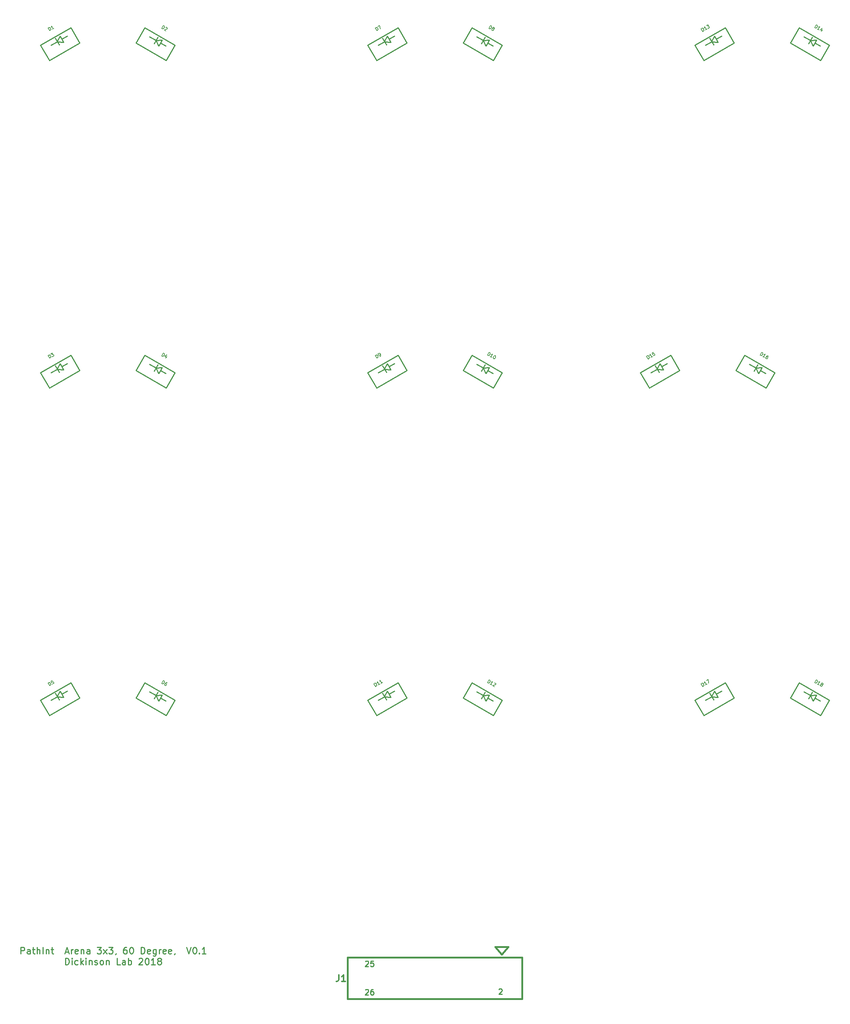
<source format=gbr>
G04 #@! TF.FileFunction,Legend,Top*
%FSLAX46Y46*%
G04 Gerber Fmt 4.6, Leading zero omitted, Abs format (unit mm)*
G04 Created by KiCad (PCBNEW 4.0.7-e2-6376~58~ubuntu16.04.1) date Mon Sep 23 14:36:03 2019*
%MOMM*%
%LPD*%
G01*
G04 APERTURE LIST*
%ADD10C,0.100000*%
%ADD11C,0.254000*%
%ADD12C,0.381000*%
%ADD13C,0.304800*%
%ADD14C,0.177800*%
G04 APERTURE END LIST*
D10*
D11*
X55952570Y-268659429D02*
X55952570Y-267135429D01*
X56533142Y-267135429D01*
X56678284Y-267208000D01*
X56750856Y-267280571D01*
X56823427Y-267425714D01*
X56823427Y-267643429D01*
X56750856Y-267788571D01*
X56678284Y-267861143D01*
X56533142Y-267933714D01*
X55952570Y-267933714D01*
X58129713Y-268659429D02*
X58129713Y-267861143D01*
X58057142Y-267716000D01*
X57911999Y-267643429D01*
X57621713Y-267643429D01*
X57476570Y-267716000D01*
X58129713Y-268586857D02*
X57984570Y-268659429D01*
X57621713Y-268659429D01*
X57476570Y-268586857D01*
X57403999Y-268441714D01*
X57403999Y-268296571D01*
X57476570Y-268151429D01*
X57621713Y-268078857D01*
X57984570Y-268078857D01*
X58129713Y-268006286D01*
X58637713Y-267643429D02*
X59218284Y-267643429D01*
X58855427Y-267135429D02*
X58855427Y-268441714D01*
X58927999Y-268586857D01*
X59073141Y-268659429D01*
X59218284Y-268659429D01*
X59726284Y-268659429D02*
X59726284Y-267135429D01*
X60379427Y-268659429D02*
X60379427Y-267861143D01*
X60306856Y-267716000D01*
X60161713Y-267643429D01*
X59943998Y-267643429D01*
X59798856Y-267716000D01*
X59726284Y-267788571D01*
X61105141Y-268659429D02*
X61105141Y-267135429D01*
X61830855Y-267643429D02*
X61830855Y-268659429D01*
X61830855Y-267788571D02*
X61903427Y-267716000D01*
X62048569Y-267643429D01*
X62266284Y-267643429D01*
X62411427Y-267716000D01*
X62483998Y-267861143D01*
X62483998Y-268659429D01*
X62991998Y-267643429D02*
X63572569Y-267643429D01*
X63209712Y-267135429D02*
X63209712Y-268441714D01*
X63282284Y-268586857D01*
X63427426Y-268659429D01*
X63572569Y-268659429D01*
X66330284Y-268224000D02*
X67055998Y-268224000D01*
X66185141Y-268659429D02*
X66693141Y-267135429D01*
X67201141Y-268659429D01*
X67709141Y-268659429D02*
X67709141Y-267643429D01*
X67709141Y-267933714D02*
X67781713Y-267788571D01*
X67854284Y-267716000D01*
X67999427Y-267643429D01*
X68144570Y-267643429D01*
X69233142Y-268586857D02*
X69087999Y-268659429D01*
X68797713Y-268659429D01*
X68652570Y-268586857D01*
X68579999Y-268441714D01*
X68579999Y-267861143D01*
X68652570Y-267716000D01*
X68797713Y-267643429D01*
X69087999Y-267643429D01*
X69233142Y-267716000D01*
X69305713Y-267861143D01*
X69305713Y-268006286D01*
X68579999Y-268151429D01*
X69958856Y-267643429D02*
X69958856Y-268659429D01*
X69958856Y-267788571D02*
X70031428Y-267716000D01*
X70176570Y-267643429D01*
X70394285Y-267643429D01*
X70539428Y-267716000D01*
X70611999Y-267861143D01*
X70611999Y-268659429D01*
X71990856Y-268659429D02*
X71990856Y-267861143D01*
X71918285Y-267716000D01*
X71773142Y-267643429D01*
X71482856Y-267643429D01*
X71337713Y-267716000D01*
X71990856Y-268586857D02*
X71845713Y-268659429D01*
X71482856Y-268659429D01*
X71337713Y-268586857D01*
X71265142Y-268441714D01*
X71265142Y-268296571D01*
X71337713Y-268151429D01*
X71482856Y-268078857D01*
X71845713Y-268078857D01*
X71990856Y-268006286D01*
X73732570Y-267135429D02*
X74675999Y-267135429D01*
X74167999Y-267716000D01*
X74385713Y-267716000D01*
X74530856Y-267788571D01*
X74603427Y-267861143D01*
X74675999Y-268006286D01*
X74675999Y-268369143D01*
X74603427Y-268514286D01*
X74530856Y-268586857D01*
X74385713Y-268659429D01*
X73950285Y-268659429D01*
X73805142Y-268586857D01*
X73732570Y-268514286D01*
X75183999Y-268659429D02*
X75982285Y-267643429D01*
X75183999Y-267643429D02*
X75982285Y-268659429D01*
X76417713Y-267135429D02*
X77361142Y-267135429D01*
X76853142Y-267716000D01*
X77070856Y-267716000D01*
X77215999Y-267788571D01*
X77288570Y-267861143D01*
X77361142Y-268006286D01*
X77361142Y-268369143D01*
X77288570Y-268514286D01*
X77215999Y-268586857D01*
X77070856Y-268659429D01*
X76635428Y-268659429D01*
X76490285Y-268586857D01*
X76417713Y-268514286D01*
X78086857Y-268586857D02*
X78086857Y-268659429D01*
X78014285Y-268804571D01*
X77941714Y-268877143D01*
X80554285Y-267135429D02*
X80263999Y-267135429D01*
X80118856Y-267208000D01*
X80046285Y-267280571D01*
X79901142Y-267498286D01*
X79828571Y-267788571D01*
X79828571Y-268369143D01*
X79901142Y-268514286D01*
X79973714Y-268586857D01*
X80118856Y-268659429D01*
X80409142Y-268659429D01*
X80554285Y-268586857D01*
X80626856Y-268514286D01*
X80699428Y-268369143D01*
X80699428Y-268006286D01*
X80626856Y-267861143D01*
X80554285Y-267788571D01*
X80409142Y-267716000D01*
X80118856Y-267716000D01*
X79973714Y-267788571D01*
X79901142Y-267861143D01*
X79828571Y-268006286D01*
X81642857Y-267135429D02*
X81788000Y-267135429D01*
X81933143Y-267208000D01*
X82005714Y-267280571D01*
X82078285Y-267425714D01*
X82150857Y-267716000D01*
X82150857Y-268078857D01*
X82078285Y-268369143D01*
X82005714Y-268514286D01*
X81933143Y-268586857D01*
X81788000Y-268659429D01*
X81642857Y-268659429D01*
X81497714Y-268586857D01*
X81425143Y-268514286D01*
X81352571Y-268369143D01*
X81280000Y-268078857D01*
X81280000Y-267716000D01*
X81352571Y-267425714D01*
X81425143Y-267280571D01*
X81497714Y-267208000D01*
X81642857Y-267135429D01*
X83965143Y-268659429D02*
X83965143Y-267135429D01*
X84328000Y-267135429D01*
X84545715Y-267208000D01*
X84690857Y-267353143D01*
X84763429Y-267498286D01*
X84836000Y-267788571D01*
X84836000Y-268006286D01*
X84763429Y-268296571D01*
X84690857Y-268441714D01*
X84545715Y-268586857D01*
X84328000Y-268659429D01*
X83965143Y-268659429D01*
X86069715Y-268586857D02*
X85924572Y-268659429D01*
X85634286Y-268659429D01*
X85489143Y-268586857D01*
X85416572Y-268441714D01*
X85416572Y-267861143D01*
X85489143Y-267716000D01*
X85634286Y-267643429D01*
X85924572Y-267643429D01*
X86069715Y-267716000D01*
X86142286Y-267861143D01*
X86142286Y-268006286D01*
X85416572Y-268151429D01*
X87448572Y-267643429D02*
X87448572Y-268877143D01*
X87376001Y-269022286D01*
X87303429Y-269094857D01*
X87158286Y-269167429D01*
X86940572Y-269167429D01*
X86795429Y-269094857D01*
X87448572Y-268586857D02*
X87303429Y-268659429D01*
X87013143Y-268659429D01*
X86868001Y-268586857D01*
X86795429Y-268514286D01*
X86722858Y-268369143D01*
X86722858Y-267933714D01*
X86795429Y-267788571D01*
X86868001Y-267716000D01*
X87013143Y-267643429D01*
X87303429Y-267643429D01*
X87448572Y-267716000D01*
X88174286Y-268659429D02*
X88174286Y-267643429D01*
X88174286Y-267933714D02*
X88246858Y-267788571D01*
X88319429Y-267716000D01*
X88464572Y-267643429D01*
X88609715Y-267643429D01*
X89698287Y-268586857D02*
X89553144Y-268659429D01*
X89262858Y-268659429D01*
X89117715Y-268586857D01*
X89045144Y-268441714D01*
X89045144Y-267861143D01*
X89117715Y-267716000D01*
X89262858Y-267643429D01*
X89553144Y-267643429D01*
X89698287Y-267716000D01*
X89770858Y-267861143D01*
X89770858Y-268006286D01*
X89045144Y-268151429D01*
X91004573Y-268586857D02*
X90859430Y-268659429D01*
X90569144Y-268659429D01*
X90424001Y-268586857D01*
X90351430Y-268441714D01*
X90351430Y-267861143D01*
X90424001Y-267716000D01*
X90569144Y-267643429D01*
X90859430Y-267643429D01*
X91004573Y-267716000D01*
X91077144Y-267861143D01*
X91077144Y-268006286D01*
X90351430Y-268151429D01*
X91802859Y-268586857D02*
X91802859Y-268659429D01*
X91730287Y-268804571D01*
X91657716Y-268877143D01*
X94560573Y-267135429D02*
X95068573Y-268659429D01*
X95576573Y-267135429D01*
X96374859Y-267135429D02*
X96520002Y-267135429D01*
X96665145Y-267208000D01*
X96737716Y-267280571D01*
X96810287Y-267425714D01*
X96882859Y-267716000D01*
X96882859Y-268078857D01*
X96810287Y-268369143D01*
X96737716Y-268514286D01*
X96665145Y-268586857D01*
X96520002Y-268659429D01*
X96374859Y-268659429D01*
X96229716Y-268586857D01*
X96157145Y-268514286D01*
X96084573Y-268369143D01*
X96012002Y-268078857D01*
X96012002Y-267716000D01*
X96084573Y-267425714D01*
X96157145Y-267280571D01*
X96229716Y-267208000D01*
X96374859Y-267135429D01*
X97536002Y-268514286D02*
X97608574Y-268586857D01*
X97536002Y-268659429D01*
X97463431Y-268586857D01*
X97536002Y-268514286D01*
X97536002Y-268659429D01*
X99060002Y-268659429D02*
X98189145Y-268659429D01*
X98624573Y-268659429D02*
X98624573Y-267135429D01*
X98479430Y-267353143D01*
X98334288Y-267498286D01*
X98189145Y-267570857D01*
X66330286Y-271199429D02*
X66330286Y-269675429D01*
X66693143Y-269675429D01*
X66910858Y-269748000D01*
X67056000Y-269893143D01*
X67128572Y-270038286D01*
X67201143Y-270328571D01*
X67201143Y-270546286D01*
X67128572Y-270836571D01*
X67056000Y-270981714D01*
X66910858Y-271126857D01*
X66693143Y-271199429D01*
X66330286Y-271199429D01*
X67854286Y-271199429D02*
X67854286Y-270183429D01*
X67854286Y-269675429D02*
X67781715Y-269748000D01*
X67854286Y-269820571D01*
X67926858Y-269748000D01*
X67854286Y-269675429D01*
X67854286Y-269820571D01*
X69233143Y-271126857D02*
X69088000Y-271199429D01*
X68797714Y-271199429D01*
X68652572Y-271126857D01*
X68580000Y-271054286D01*
X68507429Y-270909143D01*
X68507429Y-270473714D01*
X68580000Y-270328571D01*
X68652572Y-270256000D01*
X68797714Y-270183429D01*
X69088000Y-270183429D01*
X69233143Y-270256000D01*
X69886286Y-271199429D02*
X69886286Y-269675429D01*
X70031429Y-270618857D02*
X70466858Y-271199429D01*
X70466858Y-270183429D02*
X69886286Y-270764000D01*
X71120000Y-271199429D02*
X71120000Y-270183429D01*
X71120000Y-269675429D02*
X71047429Y-269748000D01*
X71120000Y-269820571D01*
X71192572Y-269748000D01*
X71120000Y-269675429D01*
X71120000Y-269820571D01*
X71845714Y-270183429D02*
X71845714Y-271199429D01*
X71845714Y-270328571D02*
X71918286Y-270256000D01*
X72063428Y-270183429D01*
X72281143Y-270183429D01*
X72426286Y-270256000D01*
X72498857Y-270401143D01*
X72498857Y-271199429D01*
X73152000Y-271126857D02*
X73297143Y-271199429D01*
X73587428Y-271199429D01*
X73732571Y-271126857D01*
X73805143Y-270981714D01*
X73805143Y-270909143D01*
X73732571Y-270764000D01*
X73587428Y-270691429D01*
X73369714Y-270691429D01*
X73224571Y-270618857D01*
X73152000Y-270473714D01*
X73152000Y-270401143D01*
X73224571Y-270256000D01*
X73369714Y-270183429D01*
X73587428Y-270183429D01*
X73732571Y-270256000D01*
X74675999Y-271199429D02*
X74530857Y-271126857D01*
X74458285Y-271054286D01*
X74385714Y-270909143D01*
X74385714Y-270473714D01*
X74458285Y-270328571D01*
X74530857Y-270256000D01*
X74675999Y-270183429D01*
X74893714Y-270183429D01*
X75038857Y-270256000D01*
X75111428Y-270328571D01*
X75183999Y-270473714D01*
X75183999Y-270909143D01*
X75111428Y-271054286D01*
X75038857Y-271126857D01*
X74893714Y-271199429D01*
X74675999Y-271199429D01*
X75837142Y-270183429D02*
X75837142Y-271199429D01*
X75837142Y-270328571D02*
X75909714Y-270256000D01*
X76054856Y-270183429D01*
X76272571Y-270183429D01*
X76417714Y-270256000D01*
X76490285Y-270401143D01*
X76490285Y-271199429D01*
X79102856Y-271199429D02*
X78377142Y-271199429D01*
X78377142Y-269675429D01*
X80263999Y-271199429D02*
X80263999Y-270401143D01*
X80191428Y-270256000D01*
X80046285Y-270183429D01*
X79755999Y-270183429D01*
X79610856Y-270256000D01*
X80263999Y-271126857D02*
X80118856Y-271199429D01*
X79755999Y-271199429D01*
X79610856Y-271126857D01*
X79538285Y-270981714D01*
X79538285Y-270836571D01*
X79610856Y-270691429D01*
X79755999Y-270618857D01*
X80118856Y-270618857D01*
X80263999Y-270546286D01*
X80989713Y-271199429D02*
X80989713Y-269675429D01*
X80989713Y-270256000D02*
X81134856Y-270183429D01*
X81425142Y-270183429D01*
X81570285Y-270256000D01*
X81642856Y-270328571D01*
X81715427Y-270473714D01*
X81715427Y-270909143D01*
X81642856Y-271054286D01*
X81570285Y-271126857D01*
X81425142Y-271199429D01*
X81134856Y-271199429D01*
X80989713Y-271126857D01*
X83457142Y-269820571D02*
X83529713Y-269748000D01*
X83674856Y-269675429D01*
X84037713Y-269675429D01*
X84182856Y-269748000D01*
X84255427Y-269820571D01*
X84327999Y-269965714D01*
X84327999Y-270110857D01*
X84255427Y-270328571D01*
X83384570Y-271199429D01*
X84327999Y-271199429D01*
X85271428Y-269675429D02*
X85416571Y-269675429D01*
X85561714Y-269748000D01*
X85634285Y-269820571D01*
X85706856Y-269965714D01*
X85779428Y-270256000D01*
X85779428Y-270618857D01*
X85706856Y-270909143D01*
X85634285Y-271054286D01*
X85561714Y-271126857D01*
X85416571Y-271199429D01*
X85271428Y-271199429D01*
X85126285Y-271126857D01*
X85053714Y-271054286D01*
X84981142Y-270909143D01*
X84908571Y-270618857D01*
X84908571Y-270256000D01*
X84981142Y-269965714D01*
X85053714Y-269820571D01*
X85126285Y-269748000D01*
X85271428Y-269675429D01*
X87230857Y-271199429D02*
X86360000Y-271199429D01*
X86795428Y-271199429D02*
X86795428Y-269675429D01*
X86650285Y-269893143D01*
X86505143Y-270038286D01*
X86360000Y-270110857D01*
X88101714Y-270328571D02*
X87956572Y-270256000D01*
X87884000Y-270183429D01*
X87811429Y-270038286D01*
X87811429Y-269965714D01*
X87884000Y-269820571D01*
X87956572Y-269748000D01*
X88101714Y-269675429D01*
X88392000Y-269675429D01*
X88537143Y-269748000D01*
X88609714Y-269820571D01*
X88682286Y-269965714D01*
X88682286Y-270038286D01*
X88609714Y-270183429D01*
X88537143Y-270256000D01*
X88392000Y-270328571D01*
X88101714Y-270328571D01*
X87956572Y-270401143D01*
X87884000Y-270473714D01*
X87811429Y-270618857D01*
X87811429Y-270909143D01*
X87884000Y-271054286D01*
X87956572Y-271126857D01*
X88101714Y-271199429D01*
X88392000Y-271199429D01*
X88537143Y-271126857D01*
X88609714Y-271054286D01*
X88682286Y-270909143D01*
X88682286Y-270618857D01*
X88609714Y-270473714D01*
X88537143Y-270401143D01*
X88392000Y-270328571D01*
D12*
X132080000Y-279146000D02*
X132080000Y-269494000D01*
X152400000Y-269494000D02*
X132080000Y-269494000D01*
X152400000Y-279146000D02*
X132080000Y-279146000D01*
X172720000Y-279146000D02*
X152400000Y-279146000D01*
X152400000Y-269494000D02*
X172720000Y-269494000D01*
X172720000Y-269494000D02*
X172720000Y-279146000D01*
X169461180Y-267020040D02*
X166458900Y-267020040D01*
X167924480Y-268831060D02*
X169448480Y-267053060D01*
X166400480Y-267055600D02*
X167924480Y-268833600D01*
D11*
X244253527Y-209615296D02*
X242189777Y-213189815D01*
X237214473Y-205551296D02*
X235150723Y-209125815D01*
X235150723Y-209125815D02*
X242189777Y-213189815D01*
X239771209Y-208493898D02*
X238341401Y-207668398D01*
X240871062Y-209128898D02*
X242135892Y-209859148D01*
X241220312Y-208523979D02*
X240490062Y-209788809D01*
X239794452Y-208580640D02*
X240458312Y-209843802D01*
X239826202Y-208525648D02*
X241252062Y-208468986D01*
X240270702Y-207755751D02*
X239381702Y-209295544D01*
X237214473Y-205551296D02*
X244253527Y-209615296D01*
X219985527Y-205551296D02*
X222049277Y-209125815D01*
X212946473Y-209615296D02*
X215010223Y-213189815D01*
X215010223Y-213189815D02*
X222049277Y-209125815D01*
X216773209Y-208872398D02*
X215343401Y-209697898D01*
X217873062Y-208237398D02*
X219137892Y-207507148D01*
X217523812Y-207632479D02*
X218254062Y-208897309D01*
X216859952Y-208895640D02*
X218285812Y-208952302D01*
X216828202Y-208840648D02*
X217492062Y-207577486D01*
X216383702Y-208070751D02*
X217272702Y-209610544D01*
X212946473Y-209615296D02*
X219985527Y-205551296D01*
X231553527Y-133415296D02*
X229489777Y-136989815D01*
X224514473Y-129351296D02*
X222450723Y-132925815D01*
X222450723Y-132925815D02*
X229489777Y-136989815D01*
X227071209Y-132293898D02*
X225641401Y-131468398D01*
X228171062Y-132928898D02*
X229435892Y-133659148D01*
X228520312Y-132323979D02*
X227790062Y-133588809D01*
X227094452Y-132380640D02*
X227758312Y-133643802D01*
X227126202Y-132325648D02*
X228552062Y-132268986D01*
X227570702Y-131555751D02*
X226681702Y-133095544D01*
X224514473Y-129351296D02*
X231553527Y-133415296D01*
X207285527Y-129351296D02*
X209349277Y-132925815D01*
X200246473Y-133415296D02*
X202310223Y-136989815D01*
X202310223Y-136989815D02*
X209349277Y-132925815D01*
X204073209Y-132672398D02*
X202643401Y-133497898D01*
X205173062Y-132037398D02*
X206437892Y-131307148D01*
X204823812Y-131432479D02*
X205554062Y-132697309D01*
X204159952Y-132695640D02*
X205585812Y-132752302D01*
X204128202Y-132640648D02*
X204792062Y-131377486D01*
X203683702Y-131870751D02*
X204572702Y-133410544D01*
X200246473Y-133415296D02*
X207285527Y-129351296D01*
X244253527Y-57215296D02*
X242189777Y-60789815D01*
X237214473Y-53151296D02*
X235150723Y-56725815D01*
X235150723Y-56725815D02*
X242189777Y-60789815D01*
X239771209Y-56093898D02*
X238341401Y-55268398D01*
X240871062Y-56728898D02*
X242135892Y-57459148D01*
X241220312Y-56123979D02*
X240490062Y-57388809D01*
X239794452Y-56180640D02*
X240458312Y-57443802D01*
X239826202Y-56125648D02*
X241252062Y-56068986D01*
X240270702Y-55355751D02*
X239381702Y-56895544D01*
X237214473Y-53151296D02*
X244253527Y-57215296D01*
X219985527Y-53151296D02*
X222049277Y-56725815D01*
X212946473Y-57215296D02*
X215010223Y-60789815D01*
X215010223Y-60789815D02*
X222049277Y-56725815D01*
X216773209Y-56472398D02*
X215343401Y-57297898D01*
X217873062Y-55837398D02*
X219137892Y-55107148D01*
X217523812Y-55232479D02*
X218254062Y-56497309D01*
X216859952Y-56495640D02*
X218285812Y-56552302D01*
X216828202Y-56440648D02*
X217492062Y-55177486D01*
X216383702Y-55670751D02*
X217272702Y-57210544D01*
X212946473Y-57215296D02*
X219985527Y-53151296D01*
X168053527Y-209615296D02*
X165989777Y-213189815D01*
X161014473Y-205551296D02*
X158950723Y-209125815D01*
X158950723Y-209125815D02*
X165989777Y-213189815D01*
X163571209Y-208493898D02*
X162141401Y-207668398D01*
X164671062Y-209128898D02*
X165935892Y-209859148D01*
X165020312Y-208523979D02*
X164290062Y-209788809D01*
X163594452Y-208580640D02*
X164258312Y-209843802D01*
X163626202Y-208525648D02*
X165052062Y-208468986D01*
X164070702Y-207755751D02*
X163181702Y-209295544D01*
X161014473Y-205551296D02*
X168053527Y-209615296D01*
X143785527Y-205551296D02*
X145849277Y-209125815D01*
X136746473Y-209615296D02*
X138810223Y-213189815D01*
X138810223Y-213189815D02*
X145849277Y-209125815D01*
X140573209Y-208872398D02*
X139143401Y-209697898D01*
X141673062Y-208237398D02*
X142937892Y-207507148D01*
X141323812Y-207632479D02*
X142054062Y-208897309D01*
X140659952Y-208895640D02*
X142085812Y-208952302D01*
X140628202Y-208840648D02*
X141292062Y-207577486D01*
X140183702Y-208070751D02*
X141072702Y-209610544D01*
X136746473Y-209615296D02*
X143785527Y-205551296D01*
X168053527Y-133415296D02*
X165989777Y-136989815D01*
X161014473Y-129351296D02*
X158950723Y-132925815D01*
X158950723Y-132925815D02*
X165989777Y-136989815D01*
X163571209Y-132293898D02*
X162141401Y-131468398D01*
X164671062Y-132928898D02*
X165935892Y-133659148D01*
X165020312Y-132323979D02*
X164290062Y-133588809D01*
X163594452Y-132380640D02*
X164258312Y-133643802D01*
X163626202Y-132325648D02*
X165052062Y-132268986D01*
X164070702Y-131555751D02*
X163181702Y-133095544D01*
X161014473Y-129351296D02*
X168053527Y-133415296D01*
X67585527Y-53151296D02*
X69649277Y-56725815D01*
X60546473Y-57215296D02*
X62610223Y-60789815D01*
X62610223Y-60789815D02*
X69649277Y-56725815D01*
X64373209Y-56472398D02*
X62943401Y-57297898D01*
X65473062Y-55837398D02*
X66737892Y-55107148D01*
X65123812Y-55232479D02*
X65854062Y-56497309D01*
X64459952Y-56495640D02*
X65885812Y-56552302D01*
X64428202Y-56440648D02*
X65092062Y-55177486D01*
X63983702Y-55670751D02*
X64872702Y-57210544D01*
X60546473Y-57215296D02*
X67585527Y-53151296D01*
X91853527Y-57215296D02*
X89789777Y-60789815D01*
X84814473Y-53151296D02*
X82750723Y-56725815D01*
X82750723Y-56725815D02*
X89789777Y-60789815D01*
X87371209Y-56093898D02*
X85941401Y-55268398D01*
X88471062Y-56728898D02*
X89735892Y-57459148D01*
X88820312Y-56123979D02*
X88090062Y-57388809D01*
X87394452Y-56180640D02*
X88058312Y-57443802D01*
X87426202Y-56125648D02*
X88852062Y-56068986D01*
X87870702Y-55355751D02*
X86981702Y-56895544D01*
X84814473Y-53151296D02*
X91853527Y-57215296D01*
X67585527Y-129351296D02*
X69649277Y-132925815D01*
X60546473Y-133415296D02*
X62610223Y-136989815D01*
X62610223Y-136989815D02*
X69649277Y-132925815D01*
X64373209Y-132672398D02*
X62943401Y-133497898D01*
X65473062Y-132037398D02*
X66737892Y-131307148D01*
X65123812Y-131432479D02*
X65854062Y-132697309D01*
X64459952Y-132695640D02*
X65885812Y-132752302D01*
X64428202Y-132640648D02*
X65092062Y-131377486D01*
X63983702Y-131870751D02*
X64872702Y-133410544D01*
X60546473Y-133415296D02*
X67585527Y-129351296D01*
X91853527Y-133415296D02*
X89789777Y-136989815D01*
X84814473Y-129351296D02*
X82750723Y-132925815D01*
X82750723Y-132925815D02*
X89789777Y-136989815D01*
X87371209Y-132293898D02*
X85941401Y-131468398D01*
X88471062Y-132928898D02*
X89735892Y-133659148D01*
X88820312Y-132323979D02*
X88090062Y-133588809D01*
X87394452Y-132380640D02*
X88058312Y-133643802D01*
X87426202Y-132325648D02*
X88852062Y-132268986D01*
X87870702Y-131555751D02*
X86981702Y-133095544D01*
X84814473Y-129351296D02*
X91853527Y-133415296D01*
X67585527Y-205551296D02*
X69649277Y-209125815D01*
X60546473Y-209615296D02*
X62610223Y-213189815D01*
X62610223Y-213189815D02*
X69649277Y-209125815D01*
X64373209Y-208872398D02*
X62943401Y-209697898D01*
X65473062Y-208237398D02*
X66737892Y-207507148D01*
X65123812Y-207632479D02*
X65854062Y-208897309D01*
X64459952Y-208895640D02*
X65885812Y-208952302D01*
X64428202Y-208840648D02*
X65092062Y-207577486D01*
X63983702Y-208070751D02*
X64872702Y-209610544D01*
X60546473Y-209615296D02*
X67585527Y-205551296D01*
X91853527Y-209615296D02*
X89789777Y-213189815D01*
X84814473Y-205551296D02*
X82750723Y-209125815D01*
X82750723Y-209125815D02*
X89789777Y-213189815D01*
X87371209Y-208493898D02*
X85941401Y-207668398D01*
X88471062Y-209128898D02*
X89735892Y-209859148D01*
X88820312Y-208523979D02*
X88090062Y-209788809D01*
X87394452Y-208580640D02*
X88058312Y-209843802D01*
X87426202Y-208525648D02*
X88852062Y-208468986D01*
X87870702Y-207755751D02*
X86981702Y-209295544D01*
X84814473Y-205551296D02*
X91853527Y-209615296D01*
X143785527Y-53151296D02*
X145849277Y-56725815D01*
X136746473Y-57215296D02*
X138810223Y-60789815D01*
X138810223Y-60789815D02*
X145849277Y-56725815D01*
X140573209Y-56472398D02*
X139143401Y-57297898D01*
X141673062Y-55837398D02*
X142937892Y-55107148D01*
X141323812Y-55232479D02*
X142054062Y-56497309D01*
X140659952Y-56495640D02*
X142085812Y-56552302D01*
X140628202Y-56440648D02*
X141292062Y-55177486D01*
X140183702Y-55670751D02*
X141072702Y-57210544D01*
X136746473Y-57215296D02*
X143785527Y-53151296D01*
X168053527Y-57215296D02*
X165989777Y-60789815D01*
X161014473Y-53151296D02*
X158950723Y-56725815D01*
X158950723Y-56725815D02*
X165989777Y-60789815D01*
X163571209Y-56093898D02*
X162141401Y-55268398D01*
X164671062Y-56728898D02*
X165935892Y-57459148D01*
X165020312Y-56123979D02*
X164290062Y-57388809D01*
X163594452Y-56180640D02*
X164258312Y-57443802D01*
X163626202Y-56125648D02*
X165052062Y-56068986D01*
X164070702Y-55355751D02*
X163181702Y-56895544D01*
X161014473Y-53151296D02*
X168053527Y-57215296D01*
X143785527Y-129351296D02*
X145849277Y-132925815D01*
X136746473Y-133415296D02*
X138810223Y-136989815D01*
X138810223Y-136989815D02*
X145849277Y-132925815D01*
X140573209Y-132672398D02*
X139143401Y-133497898D01*
X141673062Y-132037398D02*
X142937892Y-131307148D01*
X141323812Y-131432479D02*
X142054062Y-132697309D01*
X140659952Y-132695640D02*
X142085812Y-132752302D01*
X140628202Y-132640648D02*
X141292062Y-131377486D01*
X140183702Y-131870751D02*
X141072702Y-133410544D01*
X136746473Y-133415296D02*
X143785527Y-129351296D01*
D13*
X130022600Y-273561629D02*
X130022600Y-274650200D01*
X129950028Y-274867914D01*
X129804885Y-275013057D01*
X129587171Y-275085629D01*
X129442028Y-275085629D01*
X131546600Y-275085629D02*
X130675743Y-275085629D01*
X131111171Y-275085629D02*
X131111171Y-273561629D01*
X130966028Y-273779343D01*
X130820886Y-273924486D01*
X130675743Y-273997057D01*
D11*
X136192381Y-277047476D02*
X136252857Y-276987000D01*
X136373809Y-276926524D01*
X136676190Y-276926524D01*
X136797143Y-276987000D01*
X136857619Y-277047476D01*
X136918095Y-277168429D01*
X136918095Y-277289381D01*
X136857619Y-277470810D01*
X136131905Y-278196524D01*
X136918095Y-278196524D01*
X138006667Y-276926524D02*
X137764762Y-276926524D01*
X137643810Y-276987000D01*
X137583333Y-277047476D01*
X137462381Y-277228905D01*
X137401905Y-277470810D01*
X137401905Y-277954619D01*
X137462381Y-278075571D01*
X137522857Y-278136048D01*
X137643810Y-278196524D01*
X137885714Y-278196524D01*
X138006667Y-278136048D01*
X138067143Y-278075571D01*
X138127619Y-277954619D01*
X138127619Y-277652238D01*
X138067143Y-277531286D01*
X138006667Y-277470810D01*
X137885714Y-277410333D01*
X137643810Y-277410333D01*
X137522857Y-277470810D01*
X137462381Y-277531286D01*
X137401905Y-277652238D01*
X136192381Y-270443476D02*
X136252857Y-270383000D01*
X136373809Y-270322524D01*
X136676190Y-270322524D01*
X136797143Y-270383000D01*
X136857619Y-270443476D01*
X136918095Y-270564429D01*
X136918095Y-270685381D01*
X136857619Y-270866810D01*
X136131905Y-271592524D01*
X136918095Y-271592524D01*
X138067143Y-270322524D02*
X137462381Y-270322524D01*
X137401905Y-270927286D01*
X137462381Y-270866810D01*
X137583333Y-270806333D01*
X137885714Y-270806333D01*
X138006667Y-270866810D01*
X138067143Y-270927286D01*
X138127619Y-271048238D01*
X138127619Y-271350619D01*
X138067143Y-271471571D01*
X138006667Y-271532048D01*
X137885714Y-271592524D01*
X137583333Y-271592524D01*
X137462381Y-271532048D01*
X137401905Y-271471571D01*
X167297463Y-276945876D02*
X167357939Y-276885400D01*
X167478891Y-276824924D01*
X167781272Y-276824924D01*
X167902225Y-276885400D01*
X167962701Y-276945876D01*
X168023177Y-277066829D01*
X168023177Y-277187781D01*
X167962701Y-277369210D01*
X167236987Y-278094924D01*
X168023177Y-278094924D01*
D14*
X240834323Y-205558962D02*
X241215323Y-204899050D01*
X241372444Y-204989764D01*
X241448574Y-205075617D01*
X241475138Y-205174752D01*
X241470275Y-205255743D01*
X241429128Y-205399584D01*
X241374700Y-205493857D01*
X241270704Y-205601411D01*
X241202995Y-205646117D01*
X241103859Y-205672680D01*
X240991444Y-205649676D01*
X240834323Y-205558962D01*
X241839901Y-206139533D02*
X241462809Y-205921819D01*
X241651355Y-206030676D02*
X242032355Y-205370764D01*
X241915078Y-205428752D01*
X241815943Y-205455315D01*
X241734952Y-205450454D01*
X242434708Y-205980155D02*
X242390002Y-205912445D01*
X242376721Y-205862878D01*
X242381582Y-205781886D01*
X242399725Y-205750462D01*
X242467435Y-205705756D01*
X242517002Y-205692474D01*
X242597994Y-205697336D01*
X242723691Y-205769907D01*
X242768397Y-205837617D01*
X242781678Y-205887185D01*
X242776816Y-205968176D01*
X242758673Y-205999600D01*
X242690964Y-206044306D01*
X242641397Y-206057588D01*
X242560405Y-206052727D01*
X242434708Y-205980155D01*
X242353716Y-205975293D01*
X242304149Y-205988575D01*
X242236439Y-206033281D01*
X242163868Y-206158978D01*
X242159006Y-206239970D01*
X242172287Y-206289537D01*
X242216994Y-206357247D01*
X242342691Y-206429819D01*
X242423682Y-206434680D01*
X242473250Y-206421399D01*
X242540959Y-206376692D01*
X242613530Y-206250995D01*
X242618393Y-206170004D01*
X242605111Y-206120436D01*
X242560405Y-206052727D01*
X214763037Y-206484247D02*
X214382037Y-205824335D01*
X214539158Y-205733621D01*
X214651574Y-205710617D01*
X214750709Y-205737180D01*
X214818418Y-205781886D01*
X214922414Y-205889441D01*
X214976843Y-205983714D01*
X215017990Y-206127554D01*
X215022852Y-206208545D01*
X214996288Y-206307680D01*
X214920158Y-206393533D01*
X214763037Y-206484247D01*
X215768615Y-205903676D02*
X215391523Y-206121390D01*
X215580069Y-206012533D02*
X215199069Y-205352621D01*
X215190649Y-205483180D01*
X215164086Y-205582315D01*
X215119381Y-205650025D01*
X215607586Y-205116764D02*
X216047527Y-204862764D01*
X216145708Y-205685961D01*
X228134323Y-129358962D02*
X228515323Y-128699050D01*
X228672444Y-128789764D01*
X228748574Y-128875617D01*
X228775138Y-128974752D01*
X228770275Y-129055743D01*
X228729128Y-129199584D01*
X228674700Y-129293857D01*
X228570704Y-129401411D01*
X228502995Y-129446117D01*
X228403859Y-129472680D01*
X228291444Y-129449676D01*
X228134323Y-129358962D01*
X229139901Y-129939533D02*
X228762809Y-129721819D01*
X228951355Y-129830676D02*
X229332355Y-129170764D01*
X229215078Y-129228752D01*
X229115943Y-129255315D01*
X229034952Y-129250454D01*
X230086540Y-129606193D02*
X229960842Y-129533621D01*
X229879851Y-129528760D01*
X229830283Y-129542042D01*
X229713006Y-129600029D01*
X229609010Y-129707584D01*
X229463868Y-129958978D01*
X229459006Y-130039970D01*
X229472287Y-130089537D01*
X229516994Y-130157247D01*
X229642691Y-130229819D01*
X229723682Y-130234680D01*
X229773250Y-130221399D01*
X229840959Y-130176692D01*
X229931673Y-130019571D01*
X229936536Y-129938579D01*
X229923254Y-129889012D01*
X229878548Y-129821302D01*
X229752851Y-129748731D01*
X229671859Y-129743869D01*
X229622292Y-129757151D01*
X229554582Y-129801857D01*
X202063037Y-130284247D02*
X201682037Y-129624335D01*
X201839158Y-129533621D01*
X201951574Y-129510617D01*
X202050709Y-129537180D01*
X202118418Y-129581886D01*
X202222414Y-129689441D01*
X202276843Y-129783714D01*
X202317990Y-129927554D01*
X202322852Y-130008545D01*
X202296288Y-130107680D01*
X202220158Y-130193533D01*
X202063037Y-130284247D01*
X203068615Y-129703676D02*
X202691523Y-129921390D01*
X202880069Y-129812533D02*
X202499069Y-129152621D01*
X202490649Y-129283180D01*
X202464086Y-129382315D01*
X202419381Y-129450025D01*
X203284678Y-128699050D02*
X202970435Y-128880478D01*
X203120439Y-129212865D01*
X203133721Y-129163298D01*
X203178426Y-129095588D01*
X203335548Y-129004873D01*
X203416540Y-129000012D01*
X203466107Y-129013293D01*
X203533816Y-129058000D01*
X203624530Y-129215121D01*
X203629393Y-129296113D01*
X203616111Y-129345680D01*
X203571405Y-129413390D01*
X203414283Y-129504104D01*
X203333292Y-129508966D01*
X203283725Y-129495684D01*
X240834323Y-53158962D02*
X241215323Y-52499050D01*
X241372444Y-52589764D01*
X241448574Y-52675617D01*
X241475138Y-52774752D01*
X241470275Y-52855743D01*
X241429128Y-52999584D01*
X241374700Y-53093857D01*
X241270704Y-53201411D01*
X241202995Y-53246117D01*
X241103859Y-53272680D01*
X240991444Y-53249676D01*
X240834323Y-53158962D01*
X241839901Y-53739533D02*
X241462809Y-53521819D01*
X241651355Y-53630676D02*
X242032355Y-52970764D01*
X241915078Y-53028752D01*
X241815943Y-53055315D01*
X241734952Y-53050454D01*
X242659540Y-53626163D02*
X242405540Y-54066104D01*
X242647560Y-53284054D02*
X242218296Y-53664705D01*
X242626813Y-53900562D01*
X214763037Y-54084247D02*
X214382037Y-53424335D01*
X214539158Y-53333621D01*
X214651574Y-53310617D01*
X214750709Y-53337180D01*
X214818418Y-53381886D01*
X214922414Y-53489441D01*
X214976843Y-53583714D01*
X215017990Y-53727554D01*
X215022852Y-53808545D01*
X214996288Y-53907680D01*
X214920158Y-53993533D01*
X214763037Y-54084247D01*
X215768615Y-53503676D02*
X215391523Y-53721390D01*
X215580069Y-53612533D02*
X215199069Y-52952621D01*
X215190649Y-53083180D01*
X215164086Y-53182315D01*
X215119381Y-53250025D01*
X215607586Y-52716764D02*
X216016102Y-52480907D01*
X215941274Y-52859302D01*
X216035548Y-52804873D01*
X216116540Y-52800012D01*
X216166107Y-52813293D01*
X216233816Y-52858000D01*
X216324530Y-53015121D01*
X216329393Y-53096113D01*
X216316111Y-53145680D01*
X216271405Y-53213390D01*
X216082859Y-53322247D01*
X216001868Y-53327109D01*
X215952300Y-53313827D01*
X164634323Y-205558962D02*
X165015323Y-204899050D01*
X165172444Y-204989764D01*
X165248574Y-205075617D01*
X165275138Y-205174752D01*
X165270275Y-205255743D01*
X165229128Y-205399584D01*
X165174700Y-205493857D01*
X165070704Y-205601411D01*
X165002995Y-205646117D01*
X164903859Y-205672680D01*
X164791444Y-205649676D01*
X164634323Y-205558962D01*
X165639901Y-206139533D02*
X165262809Y-205921819D01*
X165451355Y-206030676D02*
X165832355Y-205370764D01*
X165715078Y-205428752D01*
X165615943Y-205455315D01*
X165534952Y-205450454D01*
X166236010Y-205687613D02*
X166285578Y-205674332D01*
X166366569Y-205679193D01*
X166523691Y-205769907D01*
X166568397Y-205837617D01*
X166581678Y-205887185D01*
X166576816Y-205968176D01*
X166540530Y-206031025D01*
X166454678Y-206107155D01*
X165859872Y-206266533D01*
X166268388Y-206502390D01*
X138563037Y-206484247D02*
X138182037Y-205824335D01*
X138339158Y-205733621D01*
X138451574Y-205710617D01*
X138550709Y-205737180D01*
X138618418Y-205781886D01*
X138722414Y-205889441D01*
X138776843Y-205983714D01*
X138817990Y-206127554D01*
X138822852Y-206208545D01*
X138796288Y-206307680D01*
X138720158Y-206393533D01*
X138563037Y-206484247D01*
X139568615Y-205903676D02*
X139191523Y-206121390D01*
X139380069Y-206012533D02*
X138999069Y-205352621D01*
X138990649Y-205483180D01*
X138964086Y-205582315D01*
X138919381Y-205650025D01*
X140197102Y-205540819D02*
X139820010Y-205758533D01*
X140008556Y-205649676D02*
X139627556Y-204989764D01*
X139619136Y-205120323D01*
X139592573Y-205219458D01*
X139547868Y-205287168D01*
X164634323Y-129358962D02*
X165015323Y-128699050D01*
X165172444Y-128789764D01*
X165248574Y-128875617D01*
X165275138Y-128974752D01*
X165270275Y-129055743D01*
X165229128Y-129199584D01*
X165174700Y-129293857D01*
X165070704Y-129401411D01*
X165002995Y-129446117D01*
X164903859Y-129472680D01*
X164791444Y-129449676D01*
X164634323Y-129358962D01*
X165639901Y-129939533D02*
X165262809Y-129721819D01*
X165451355Y-129830676D02*
X165832355Y-129170764D01*
X165715078Y-129228752D01*
X165615943Y-129255315D01*
X165534952Y-129250454D01*
X166429417Y-129515478D02*
X166492267Y-129551764D01*
X166536972Y-129619474D01*
X166550254Y-129669042D01*
X166545393Y-129750033D01*
X166504245Y-129893873D01*
X166413530Y-130050995D01*
X166309536Y-130158550D01*
X166241825Y-130203256D01*
X166192257Y-130216537D01*
X166111267Y-130211676D01*
X166048417Y-130175390D01*
X166003712Y-130107680D01*
X165990430Y-130058113D01*
X165995292Y-129977121D01*
X166036439Y-129833281D01*
X166127153Y-129676159D01*
X166231149Y-129568605D01*
X166298859Y-129523899D01*
X166348426Y-129510617D01*
X166429417Y-129515478D01*
X62677280Y-53902818D02*
X62296280Y-53242907D01*
X62453401Y-53152193D01*
X62565817Y-53129189D01*
X62664952Y-53155751D01*
X62732662Y-53200458D01*
X62836658Y-53308012D01*
X62891086Y-53402285D01*
X62932233Y-53546126D01*
X62937095Y-53627117D01*
X62910532Y-53726252D01*
X62834401Y-53812104D01*
X62677280Y-53902818D01*
X63682859Y-53322247D02*
X63305767Y-53539961D01*
X63494313Y-53431104D02*
X63113313Y-52771193D01*
X63104893Y-52901751D01*
X63078330Y-53000886D01*
X63033624Y-53068596D01*
X88748566Y-53340390D02*
X89129566Y-52680479D01*
X89286687Y-52771193D01*
X89362817Y-52857046D01*
X89389381Y-52956180D01*
X89384519Y-53037172D01*
X89343372Y-53181012D01*
X89288943Y-53275285D01*
X89184947Y-53382840D01*
X89117238Y-53427546D01*
X89018103Y-53454109D01*
X88905687Y-53431104D01*
X88748566Y-53340390D01*
X89721767Y-53106185D02*
X89771334Y-53092903D01*
X89852326Y-53097764D01*
X90009448Y-53188479D01*
X90054153Y-53256189D01*
X90067435Y-53305756D01*
X90062573Y-53386747D01*
X90026287Y-53449596D01*
X89940435Y-53525727D01*
X89345628Y-53685104D01*
X89754145Y-53920961D01*
X62677280Y-130102818D02*
X62296280Y-129442907D01*
X62453401Y-129352193D01*
X62565817Y-129329189D01*
X62664952Y-129355751D01*
X62732662Y-129400458D01*
X62836658Y-129508012D01*
X62891086Y-129602285D01*
X62932233Y-129746126D01*
X62937095Y-129827117D01*
X62910532Y-129926252D01*
X62834401Y-130012104D01*
X62677280Y-130102818D01*
X62893342Y-129098193D02*
X63301859Y-128862336D01*
X63227031Y-129240731D01*
X63321305Y-129186302D01*
X63402296Y-129181441D01*
X63451863Y-129194722D01*
X63519573Y-129239428D01*
X63610287Y-129396550D01*
X63615149Y-129477541D01*
X63601868Y-129527109D01*
X63557162Y-129594818D01*
X63368615Y-129703676D01*
X63287624Y-129708537D01*
X63238057Y-129695256D01*
X88748566Y-129540390D02*
X89129566Y-128880479D01*
X89286687Y-128971193D01*
X89362817Y-129057046D01*
X89389381Y-129156180D01*
X89384519Y-129237172D01*
X89343372Y-129381012D01*
X89288943Y-129475285D01*
X89184947Y-129582840D01*
X89117238Y-129627546D01*
X89018103Y-129654109D01*
X88905687Y-129631104D01*
X88748566Y-129540390D01*
X89945296Y-129644735D02*
X89691296Y-130084676D01*
X89933317Y-129302626D02*
X89504053Y-129683277D01*
X89912569Y-129919134D01*
X62677280Y-206302818D02*
X62296280Y-205642907D01*
X62453401Y-205552193D01*
X62565817Y-205529189D01*
X62664952Y-205555751D01*
X62732662Y-205600458D01*
X62836658Y-205708012D01*
X62891086Y-205802285D01*
X62932233Y-205946126D01*
X62937095Y-206027117D01*
X62910532Y-206126252D01*
X62834401Y-206212104D01*
X62677280Y-206302818D01*
X63270435Y-205080478D02*
X62956191Y-205261907D01*
X63106195Y-205594293D01*
X63119477Y-205544726D01*
X63164183Y-205477016D01*
X63321305Y-205386302D01*
X63402296Y-205381441D01*
X63451863Y-205394722D01*
X63519573Y-205439428D01*
X63610287Y-205596550D01*
X63615149Y-205677541D01*
X63601868Y-205727109D01*
X63557162Y-205794818D01*
X63400040Y-205885533D01*
X63319049Y-205890394D01*
X63269481Y-205877113D01*
X88748566Y-205740390D02*
X89129566Y-205080479D01*
X89286687Y-205171193D01*
X89362817Y-205257046D01*
X89389381Y-205356180D01*
X89384519Y-205437172D01*
X89343372Y-205581012D01*
X89288943Y-205675285D01*
X89184947Y-205782840D01*
X89117238Y-205827546D01*
X89018103Y-205854109D01*
X88905687Y-205831104D01*
X88748566Y-205740390D01*
X90072296Y-205624764D02*
X89946599Y-205552193D01*
X89865607Y-205547332D01*
X89816040Y-205560613D01*
X89698763Y-205618601D01*
X89594767Y-205726155D01*
X89449624Y-205977550D01*
X89444763Y-206058542D01*
X89458044Y-206108109D01*
X89502750Y-206175819D01*
X89628448Y-206248390D01*
X89709439Y-206253252D01*
X89759006Y-206239970D01*
X89826716Y-206195264D01*
X89917430Y-206038142D01*
X89922292Y-205957151D01*
X89909010Y-205907584D01*
X89864305Y-205839874D01*
X89738607Y-205767302D01*
X89657615Y-205762441D01*
X89608049Y-205775722D01*
X89540338Y-205820428D01*
X138877280Y-53902818D02*
X138496280Y-53242907D01*
X138653401Y-53152193D01*
X138765817Y-53129189D01*
X138864952Y-53155751D01*
X138932662Y-53200458D01*
X139036658Y-53308012D01*
X139091086Y-53402285D01*
X139132233Y-53546126D01*
X139137095Y-53627117D01*
X139110532Y-53726252D01*
X139034401Y-53812104D01*
X138877280Y-53902818D01*
X139093342Y-52898193D02*
X139533283Y-52644193D01*
X139631464Y-53467390D01*
X164948566Y-53340390D02*
X165329566Y-52680479D01*
X165486687Y-52771193D01*
X165562817Y-52857046D01*
X165589381Y-52956180D01*
X165584519Y-53037172D01*
X165543372Y-53181012D01*
X165488943Y-53275285D01*
X165384947Y-53382840D01*
X165317238Y-53427546D01*
X165218103Y-53454109D01*
X165105687Y-53431104D01*
X164948566Y-53340390D01*
X165920464Y-53398727D02*
X165875758Y-53331016D01*
X165862477Y-53281449D01*
X165867338Y-53200458D01*
X165885481Y-53169033D01*
X165953191Y-53124328D01*
X166002758Y-53111046D01*
X166083750Y-53115907D01*
X166209448Y-53188479D01*
X166254153Y-53256189D01*
X166267435Y-53305756D01*
X166262573Y-53386747D01*
X166244430Y-53418172D01*
X166176721Y-53462878D01*
X166127153Y-53476159D01*
X166046162Y-53471298D01*
X165920464Y-53398727D01*
X165839473Y-53393865D01*
X165789906Y-53407147D01*
X165722195Y-53451853D01*
X165649624Y-53577550D01*
X165644763Y-53658542D01*
X165658044Y-53708109D01*
X165702750Y-53775819D01*
X165828448Y-53848390D01*
X165909439Y-53853252D01*
X165959006Y-53839970D01*
X166026716Y-53795264D01*
X166099287Y-53669567D01*
X166104149Y-53588575D01*
X166090868Y-53539008D01*
X166046162Y-53471298D01*
X138877280Y-130102818D02*
X138496280Y-129442907D01*
X138653401Y-129352193D01*
X138765817Y-129329189D01*
X138864952Y-129355751D01*
X138932662Y-129400458D01*
X139036658Y-129508012D01*
X139091086Y-129602285D01*
X139132233Y-129746126D01*
X139137095Y-129827117D01*
X139110532Y-129926252D01*
X139034401Y-130012104D01*
X138877280Y-130102818D01*
X139568615Y-129703676D02*
X139694313Y-129631104D01*
X139739019Y-129563394D01*
X139752300Y-129513827D01*
X139760721Y-129383268D01*
X139719573Y-129239428D01*
X139574430Y-128988033D01*
X139506721Y-128943327D01*
X139457153Y-128930046D01*
X139376162Y-128934907D01*
X139250464Y-129007478D01*
X139205758Y-129075189D01*
X139192477Y-129124756D01*
X139197338Y-129205747D01*
X139288053Y-129362869D01*
X139355763Y-129407575D01*
X139405330Y-129420857D01*
X139486322Y-129415995D01*
X139612019Y-129343424D01*
X139656725Y-129275714D01*
X139670006Y-129226146D01*
X139665145Y-129145155D01*
M02*

</source>
